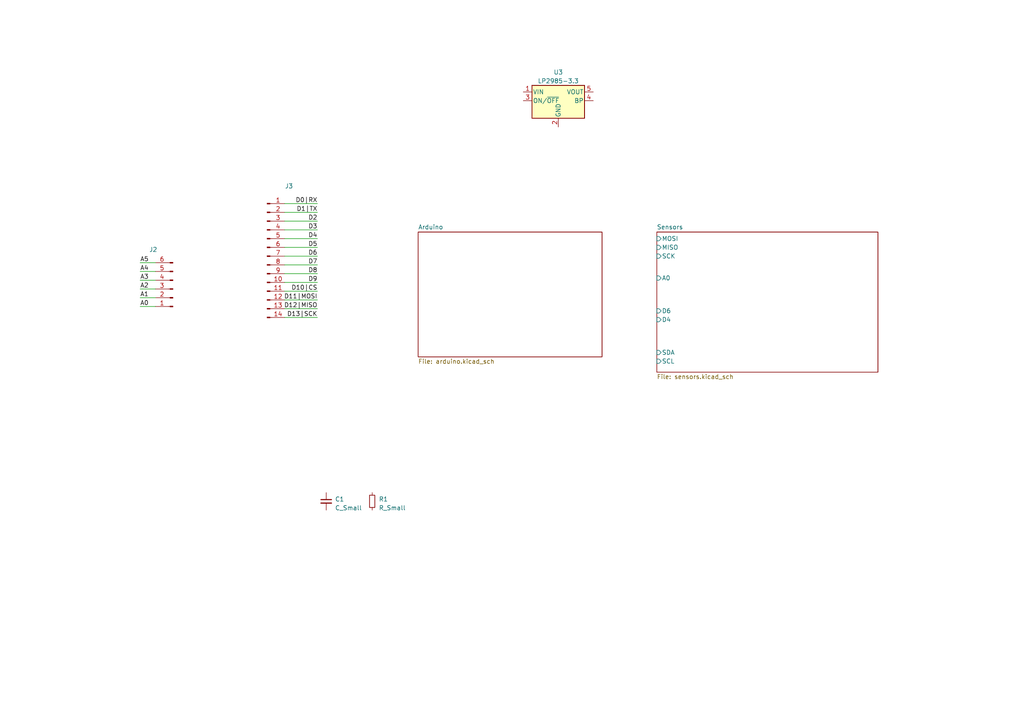
<source format=kicad_sch>
(kicad_sch (version 20230121) (generator eeschema)
  (paper "A4")
  (lib_symbols
    (symbol "Connector:Conn_01x06_Pin" (pin_names (offset 1.016) hide)
      (property "Reference" "J" (at 0 7.62 0))
      (property "Value" "Conn_01x06_Pin" (at 0 -10.16 0))
      (symbol "Conn_01x06_Pin_1_1"
        (polyline (pts (xy 1.27 -7.62) (xy 0.8636 -7.62)) (stroke (width 0.1524)))
        (polyline (pts (xy 1.27 -5.08) (xy 0.8636 -5.08)) (stroke (width 0.1524)))
        (polyline (pts (xy 1.27 -2.54) (xy 0.8636 -2.54)) (stroke (width 0.1524)))
        (polyline (pts (xy 1.27 0) (xy 0.8636 0)) (stroke (width 0.1524)))
        (polyline (pts (xy 1.27 2.54) (xy 0.8636 2.54)) (stroke (width 0.1524)))
        (polyline (pts (xy 1.27 5.08) (xy 0.8636 5.08)) (stroke (width 0.1524)))
        (rectangle (start 0.8636 -7.493) (end 0 -7.747) (stroke (width 0.1524)) (fill (type outline)))
        (rectangle (start 0.8636 -4.953) (end 0 -5.207) (stroke (width 0.1524)) (fill (type outline)))
        (rectangle (start 0.8636 -2.413) (end 0 -2.667) (stroke (width 0.1524)) (fill (type outline)))
        (rectangle (start 0.8636 0.127) (end 0 -0.127) (stroke (width 0.1524)) (fill (type outline)))
        (rectangle (start 0.8636 2.667) (end 0 2.413) (stroke (width 0.1524)) (fill (type outline)))
        (rectangle (start 0.8636 5.207) (end 0 4.953) (stroke (width 0.1524)) (fill (type outline)))
        (pin passive line (at 5.08 5.08 180) (length 3.81) (name "Pin_1") (number "1"))
        (pin passive line (at 5.08 2.54 180) (length 3.81) (name "Pin_2") (number "2"))
        (pin passive line (at 5.08 0 180) (length 3.81) (name "Pin_3") (number "3"))
        (pin passive line (at 5.08 -2.54 180) (length 3.81) (name "Pin_4") (number "4"))
        (pin passive line (at 5.08 -5.08 180) (length 3.81) (name "Pin_5") (number "5"))
        (pin passive line (at 5.08 -7.62 180) (length 3.81) (name "Pin_6") (number "6"))
      )
    )
    (symbol "Connector:Conn_01x14_Pin" (pin_names (offset 1.016) hide)
      (property "Reference" "J" (at 0 17.78 0))
      (property "Value" "Conn_01x14_Pin" (at 0 -20.32 0))
      (symbol "Conn_01x14_Pin_1_1"
        (polyline (pts (xy 1.27 -17.78) (xy 0.8636 -17.78)) (stroke (width 0.1524)))
        (polyline (pts (xy 1.27 -15.24) (xy 0.8636 -15.24)) (stroke (width 0.1524)))
        (polyline (pts (xy 1.27 -12.7) (xy 0.8636 -12.7)) (stroke (width 0.1524)))
        (polyline (pts (xy 1.27 -10.16) (xy 0.8636 -10.16)) (stroke (width 0.1524)))
        (polyline (pts (xy 1.27 -7.62) (xy 0.8636 -7.62)) (stroke (width 0.1524)))
        (polyline (pts (xy 1.27 -5.08) (xy 0.8636 -5.08)) (stroke (width 0.1524)))
        (polyline (pts (xy 1.27 -2.54) (xy 0.8636 -2.54)) (stroke (width 0.1524)))
        (polyline (pts (xy 1.27 0) (xy 0.8636 0)) (stroke (width 0.1524)))
        (polyline (pts (xy 1.27 2.54) (xy 0.8636 2.54)) (stroke (width 0.1524)))
        (polyline (pts (xy 1.27 5.08) (xy 0.8636 5.08)) (stroke (width 0.1524)))
        (polyline (pts (xy 1.27 7.62) (xy 0.8636 7.62)) (stroke (width 0.1524)))
        (polyline (pts (xy 1.27 10.16) (xy 0.8636 10.16)) (stroke (width 0.1524)))
        (polyline (pts (xy 1.27 12.7) (xy 0.8636 12.7)) (stroke (width 0.1524)))
        (polyline (pts (xy 1.27 15.24) (xy 0.8636 15.24)) (stroke (width 0.1524)))
        (rectangle (start 0.8636 -17.653) (end 0 -17.907) (stroke (width 0.1524)) (fill (type outline)))
        (rectangle (start 0.8636 -15.113) (end 0 -15.367) (stroke (width 0.1524)) (fill (type outline)))
        (rectangle (start 0.8636 -12.573) (end 0 -12.827) (stroke (width 0.1524)) (fill (type outline)))
        (rectangle (start 0.8636 -10.033) (end 0 -10.287) (stroke (width 0.1524)) (fill (type outline)))
        (rectangle (start 0.8636 -7.493) (end 0 -7.747) (stroke (width 0.1524)) (fill (type outline)))
        (rectangle (start 0.8636 -4.953) (end 0 -5.207) (stroke (width 0.1524)) (fill (type outline)))
        (rectangle (start 0.8636 -2.413) (end 0 -2.667) (stroke (width 0.1524)) (fill (type outline)))
        (rectangle (start 0.8636 0.127) (end 0 -0.127) (stroke (width 0.1524)) (fill (type outline)))
        (rectangle (start 0.8636 2.667) (end 0 2.413) (stroke (width 0.1524)) (fill (type outline)))
        (rectangle (start 0.8636 5.207) (end 0 4.953) (stroke (width 0.1524)) (fill (type outline)))
        (rectangle (start 0.8636 7.747) (end 0 7.493) (stroke (width 0.1524)) (fill (type outline)))
        (rectangle (start 0.8636 10.287) (end 0 10.033) (stroke (width 0.1524)) (fill (type outline)))
        (rectangle (start 0.8636 12.827) (end 0 12.573) (stroke (width 0.1524)) (fill (type outline)))
        (rectangle (start 0.8636 15.367) (end 0 15.113) (stroke (width 0.1524)) (fill (type outline)))
        (pin passive line (at 5.08 15.24 180) (length 3.81) (name "Pin_1") (number "1"))
        (pin passive line (at 5.08 -7.62 180) (length 3.81) (name "Pin_10") (number "10"))
        (pin passive line (at 5.08 -10.16 180) (length 3.81) (name "Pin_11") (number "11"))
        (pin passive line (at 5.08 -12.7 180) (length 3.81) (name "Pin_12") (number "12"))
        (pin passive line (at 5.08 -15.24 180) (length 3.81) (name "Pin_13") (number "13"))
        (pin passive line (at 5.08 -17.78 180) (length 3.81) (name "Pin_14") (number "14"))
        (pin passive line (at 5.08 12.7 180) (length 3.81) (name "Pin_2") (number "2"))
        (pin passive line (at 5.08 10.16 180) (length 3.81) (name "Pin_3") (number "3"))
        (pin passive line (at 5.08 7.62 180) (length 3.81) (name "Pin_4") (number "4"))
        (pin passive line (at 5.08 5.08 180) (length 3.81) (name "Pin_5") (number "5"))
        (pin passive line (at 5.08 2.54 180) (length 3.81) (name "Pin_6") (number "6"))
        (pin passive line (at 5.08 0 180) (length 3.81) (name "Pin_7") (number "7"))
        (pin passive line (at 5.08 -2.54 180) (length 3.81) (name "Pin_8") (number "8"))
        (pin passive line (at 5.08 -5.08 180) (length 3.81) (name "Pin_9") (number "9"))
      )
    )
    (symbol "Device:C_Small" (pin_numbers hide) (pin_names (offset 0.254) hide)
      (property "Reference" "C" (at 0.254 1.778 0))
      (property "Value" "C_Small" (at 0.254 -2.032 0))
      (symbol "C_Small_0_1"
        (polyline (pts (xy -1.524 -0.508) (xy 1.524 -0.508)) (stroke (width 0.3302)))
        (polyline (pts (xy -1.524 0.508) (xy 1.524 0.508)) (stroke (width 0.3048)))
      )
      (symbol "C_Small_1_1"
        (pin passive line (at 0 2.54 270) (length 2.032) (name "~") (number "1"))
        (pin passive line (at 0 -2.54 90) (length 2.032) (name "~") (number "2"))
      )
    )
    (symbol "Device:R_Small" (pin_numbers hide) (pin_names (offset 0.254) hide)
      (property "Reference" "R" (at 0.762 0.508 0))
      (property "Value" "R_Small" (at 0.762 -1.016 0))
      (symbol "R_Small_0_1"
        (rectangle (start -0.762 1.778) (end 0.762 -1.778) (stroke (width 0.2032)))
      )
      (symbol "R_Small_1_1"
        (pin passive line (at 0 2.54 270) (length 0.762) (name "~") (number "1"))
        (pin passive line (at 0 -2.54 90) (length 0.762) (name "~") (number "2"))
      )
    )
    (symbol "Regulator_Linear:LP2985-3.3" (pin_names (offset 0.254))
      (property "Reference" "U" (at -6.35 5.715 0))
      (property "Value" "LP2985-3.3" (at 0 5.715 0))
      (symbol "LP2985-3.3_0_1"
        (rectangle (start -7.62 -5.08) (end 7.62 4.445) (stroke (width 0.254)) (fill (type background)))
      )
      (symbol "LP2985-3.3_1_1"
        (pin power_in line (at -10.16 2.54 0) (length 2.54) (name "VIN") (number "1"))
        (pin power_in line (at 0 -7.62 90) (length 2.54) (name "GND") (number "2"))
        (pin input line (at -10.16 0 0) (length 2.54) (name "ON/~{OFF}") (number "3"))
        (pin input line (at 10.16 0 180) (length 2.54) (name "BP") (number "4"))
        (pin power_out line (at 10.16 2.54 180) (length 2.54) (name "VOUT") (number "5"))
      )
    )
  )
  (wire (pts (xy 92.075 76.835) (xy 82.55 76.835)))
  (wire (pts (xy 92.075 74.295) (xy 82.55 74.295)))
  (wire (pts (xy 92.075 66.675) (xy 82.55 66.675)))
  (wire (pts (xy 40.64 81.28) (xy 45.085 81.28)))
  (wire (pts (xy 92.075 61.595) (xy 82.55 61.595)))
  (wire (pts (xy 92.075 64.135) (xy 82.55 64.135)))
  (wire (pts (xy 40.64 88.9) (xy 45.085 88.9)))
  (wire (pts (xy 92.075 89.535) (xy 82.55 89.535)))
  (wire (pts (xy 92.075 71.755) (xy 82.55 71.755)))
  (wire (pts (xy 40.64 78.74) (xy 45.085 78.74)))
  (wire (pts (xy 40.64 76.2) (xy 45.085 76.2)))
  (wire (pts (xy 92.075 79.375) (xy 82.55 79.375)))
  (wire (pts (xy 92.075 81.915) (xy 82.55 81.915)))
  (wire (pts (xy 40.64 83.82) (xy 45.085 83.82)))
  (wire (pts (xy 92.075 69.215) (xy 82.55 69.215)))
  (wire (pts (xy 92.075 84.455) (xy 82.55 84.455)))
  (wire (pts (xy 92.075 59.055) (xy 82.55 59.055)))
  (wire (pts (xy 92.075 92.075) (xy 82.55 92.075)))
  (wire (pts (xy 40.64 86.36) (xy 45.085 86.36)))
  (wire (pts (xy 92.075 86.995) (xy 82.55 86.995)))
  (label "D0|RX" (at 92.075 59.055 180))
  (label "A3" (at 40.64 81.28 0))
  (label "D13|SCK" (at 92.075 92.075 180))
  (label "D7" (at 92.075 76.835 180))
  (label "A1" (at 40.64 86.36 0))
  (label "D10|CS" (at 92.075 84.455 180))
  (label "A2" (at 40.64 83.82 0))
  (label "D6" (at 92.075 74.295 180))
  (label "D12|MISO" (at 92.075 89.535 180))
  (label "A4" (at 40.64 78.74 0))
  (label "D2" (at 92.075 64.135 180))
  (label "A5" (at 40.64 76.2 0))
  (label "D4" (at 92.075 69.215 180))
  (label "D8" (at 92.075 79.375 180))
  (label "D3" (at 92.075 66.675 180))
  (label "D11|MOSI" (at 92.075 86.995 180))
  (label "D9" (at 92.075 81.915 180))
  (label "D5" (at 92.075 71.755 180))
  (label "D1|TX" (at 92.075 61.595 180))
  (label "A0" (at 40.64 88.9 0))
  (symbol (lib_id "Regulator_Linear:LP2985-3.3") (at 161.925 29.21 0) (unit 1)
    (property "Reference" "U3" (at 161.925 20.955 0))
    (property "Value" "LP2985-3.3" (at 161.925 23.495 0))
    (property "Footprint" "Package_TO_SOT_SMD:SOT-23-5" (effects hide))
    (property "Datasheet" "http://www.ti.com/lit/ds/symlink/lp2985.pdf" (effects hide))
  )
  (symbol (lib_id "Device:C_Small") (at 94.615 145.415 0) (unit 1)
    (property "Reference" "C1" (at 97.155 144.7863 0) (effects (justify left)))
    (property "Value" "C_Small" (at 97.155 147.3263 0) (effects (justify left)))
    (property "Footprint" "Capacitor_SMD:C_01005_0402Metric" (effects hide))
  )
  (symbol (lib_id "Connector:Conn_01x14_Pin") (at 77.47 74.295 0) (unit 1)
    (property "Reference" "J3" (at 83.82 53.975 0))
    (property "Value" "Conn_01x14_Pin" (effects hide))
    (property "Footprint" "Connector_PinSocket_2.54mm:PinSocket_1x14_P2.54mm_Vertical" (effects hide))
    (property "Manufacturer Product Number" "PPPC141LFBN-RC" (effects hide))
    (property "Shop" "Digi-Key" (effects hide))
  )
  (symbol (lib_id "Connector:Conn_01x06_Pin") (at 50.165 83.82 180) (unit 1)
    (property "Reference" "J2" (at 44.45 72.39 0))
    (property "Value" "Conn_01x06_Pin" (effects hide))
    (property "Footprint" "Connector_PinSocket_2.54mm:PinSocket_1x06_P2.54mm_Vertical" (effects hide))
    (property "Manufacturer Product Number" "PPPC061LFBN-RC" (effects hide))
    (property "Shop" "Digi-Key" (effects hide))
  )
  (symbol (lib_id "Device:R_Small") (at 107.95 145.415 0) (unit 1)
    (property "Reference" "R1" (at 109.855 144.78 0) (effects (justify left)))
    (property "Value" "R_Small" (at 109.855 147.32 0) (effects (justify left)))
    (property "Footprint" "Resistor_SMD:R_01005_0402Metric" (effects hide))
  )
  (sheet (at 190.5 67.31) (size 64.135 40.64) (stroke (width 0.1524))
    (property "Sheetname" "Sensors" (at 190.5 66.5984 0) (effects (justify left bottom)))
    (property "Sheetfile" "sensors.kicad_sch" (at 190.5 108.5346 0) (effects (justify left top)))
    (pin "MOSI" input (at 190.5 69.215 180))
    (pin "SCK" input (at 190.5 74.295 180))
    (pin "D6" input (at 190.5 90.17 180))
    (pin "MISO" input (at 190.5 71.755 180))
    (pin "D4" input (at 190.5 92.71 180))
    (pin "SCL" input (at 190.5 104.775 180))
    (pin "SDA" input (at 190.5 102.235 180))
    (pin "A0" input (at 190.5 80.645 180))
  )
  (sheet (at 121.285 67.31) (size 53.34 36.195) (stroke (width 0.1524))
    (property "Sheetname" "Arduino" (at 121.285 66.5984 0) (effects (justify left bottom)))
    (property "Sheetfile" "arduino.kicad_sch" (at 121.285 104.0896 0) (effects (justify left top)))
  )
)
</source>
